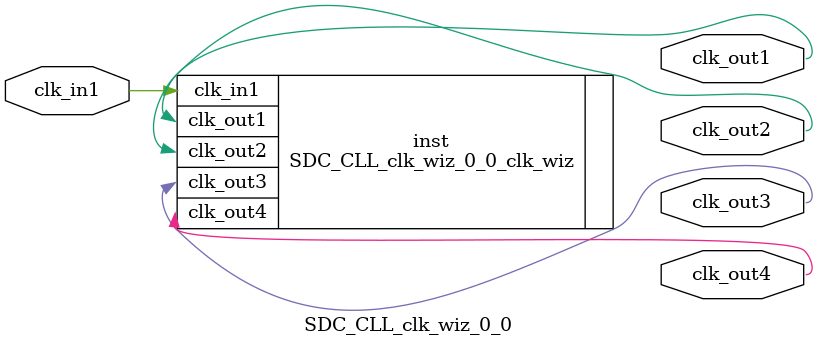
<source format=v>


`timescale 1ps/1ps

(* CORE_GENERATION_INFO = "SDC_CLL_clk_wiz_0_0,clk_wiz_v5_3_0,{component_name=SDC_CLL_clk_wiz_0_0,use_phase_alignment=true,use_min_o_jitter=false,use_max_i_jitter=false,use_dyn_phase_shift=false,use_inclk_switchover=false,use_dyn_reconfig=false,enable_axi=0,feedback_source=FDBK_AUTO,PRIMITIVE=MMCM,num_out_clk=4,clkin1_period=10.0,clkin2_period=10.0,use_power_down=false,use_reset=false,use_locked=false,use_inclk_stopped=false,feedback_type=SINGLE,CLOCK_MGR_TYPE=NA,manual_override=false}" *)

module SDC_CLL_clk_wiz_0_0 
 (
 // Clock in ports
  input         clk_in1,
  // Clock out ports
  output        clk_out1,
  output        clk_out2,
  output        clk_out3,
  output        clk_out4
 );

  SDC_CLL_clk_wiz_0_0_clk_wiz inst
  (
 // Clock in ports
  .clk_in1(clk_in1),
  // Clock out ports  
  .clk_out1(clk_out1),
  .clk_out2(clk_out2),
  .clk_out3(clk_out3),
  .clk_out4(clk_out4)              
  );

endmodule

</source>
